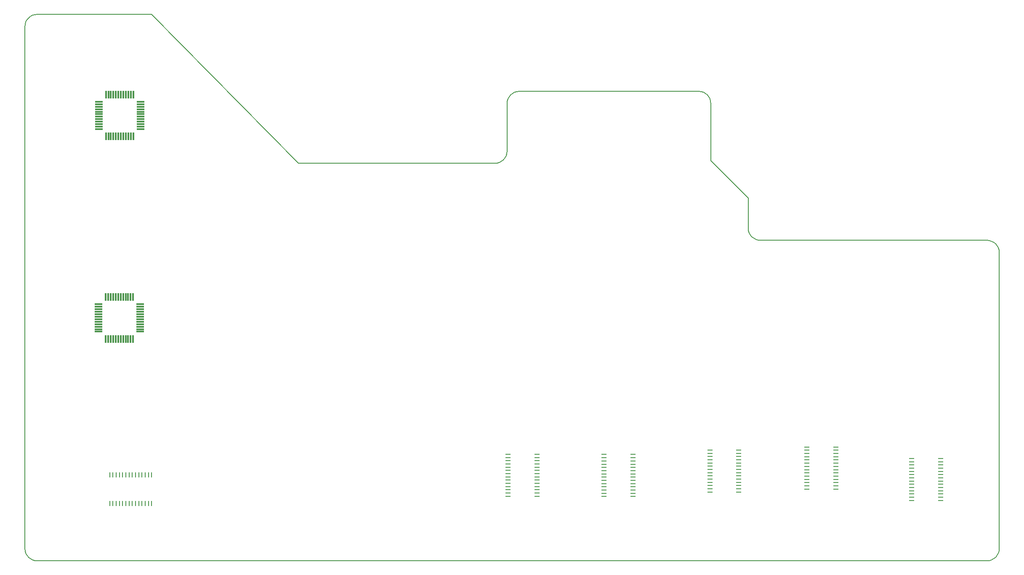
<source format=gbr>
G04 PROTEUS GERBER X2 FILE*
%TF.GenerationSoftware,Labcenter,Proteus,8.6-SP2-Build23525*%
%TF.CreationDate,2023-01-29T17:34:11+00:00*%
%TF.FileFunction,Paste,Top*%
%TF.FilePolarity,Positive*%
%TF.Part,Single*%
%FSLAX45Y45*%
%MOMM*%
G01*
%TA.AperFunction,Material*%
%ADD41R,1.549400X0.304800*%
%ADD42R,0.304800X1.549400*%
%TA.AperFunction,Material*%
%ADD43R,0.254000X1.016000*%
%ADD44R,1.016000X0.254000*%
%TA.AperFunction,Profile*%
%ADD25C,0.203200*%
%TD.AperFunction*%
D41*
X-9267700Y-2037140D03*
X-9267700Y-2087140D03*
X-9267700Y-2137140D03*
X-9267700Y-2187140D03*
X-9267700Y-2237140D03*
X-9267700Y-2287140D03*
X-9267700Y-2337140D03*
X-9267700Y-2387140D03*
X-9267700Y-2437140D03*
X-9267700Y-2487140D03*
X-9267700Y-2537140D03*
X-9267700Y-2587140D03*
D42*
X-9122700Y-2732140D03*
X-9072700Y-2732140D03*
X-9022700Y-2732140D03*
X-8972700Y-2732140D03*
X-8922700Y-2732140D03*
X-8872700Y-2732140D03*
X-8822700Y-2732140D03*
X-8772700Y-2732140D03*
X-8722700Y-2732140D03*
X-8672700Y-2732140D03*
X-8622700Y-2732140D03*
X-8572700Y-2732140D03*
D41*
X-8427700Y-2587140D03*
X-8427700Y-2537140D03*
X-8427700Y-2487140D03*
X-8427700Y-2437140D03*
X-8427700Y-2387140D03*
X-8427700Y-2337140D03*
X-8427700Y-2287140D03*
X-8427700Y-2237140D03*
X-8427700Y-2187140D03*
X-8427700Y-2137140D03*
X-8427700Y-2087140D03*
X-8427700Y-2037140D03*
D42*
X-8572700Y-1892140D03*
X-8622700Y-1892140D03*
X-8672700Y-1892140D03*
X-8722700Y-1892140D03*
X-8772700Y-1892140D03*
X-8822700Y-1892140D03*
X-8872700Y-1892140D03*
X-8922700Y-1892140D03*
X-8972700Y-1892140D03*
X-9022700Y-1892140D03*
X-9072700Y-1892140D03*
X-9122700Y-1892140D03*
D41*
X-9265000Y+2040000D03*
X-9265000Y+1990000D03*
X-9265000Y+1940000D03*
X-9265000Y+1890000D03*
X-9265000Y+1840000D03*
X-9265000Y+1790000D03*
X-9265000Y+1740000D03*
X-9265000Y+1690000D03*
X-9265000Y+1640000D03*
X-9265000Y+1590000D03*
X-9265000Y+1540000D03*
X-9265000Y+1490000D03*
D42*
X-9120000Y+1345000D03*
X-9070000Y+1345000D03*
X-9020000Y+1345000D03*
X-8970000Y+1345000D03*
X-8920000Y+1345000D03*
X-8870000Y+1345000D03*
X-8820000Y+1345000D03*
X-8770000Y+1345000D03*
X-8720000Y+1345000D03*
X-8670000Y+1345000D03*
X-8620000Y+1345000D03*
X-8570000Y+1345000D03*
D41*
X-8425000Y+1490000D03*
X-8425000Y+1540000D03*
X-8425000Y+1590000D03*
X-8425000Y+1640000D03*
X-8425000Y+1690000D03*
X-8425000Y+1740000D03*
X-8425000Y+1790000D03*
X-8425000Y+1840000D03*
X-8425000Y+1890000D03*
X-8425000Y+1940000D03*
X-8425000Y+1990000D03*
X-8425000Y+2040000D03*
D42*
X-8570000Y+2185000D03*
X-8620000Y+2185000D03*
X-8670000Y+2185000D03*
X-8720000Y+2185000D03*
X-8770000Y+2185000D03*
X-8820000Y+2185000D03*
X-8870000Y+2185000D03*
X-8920000Y+2185000D03*
X-8970000Y+2185000D03*
X-9020000Y+2185000D03*
X-9070000Y+2185000D03*
X-9120000Y+2185000D03*
D43*
X-8200000Y-5470000D03*
X-8265000Y-5470000D03*
X-8330000Y-5470000D03*
X-8395000Y-5470000D03*
X-8460000Y-5470000D03*
X-8525000Y-5470000D03*
X-8590000Y-5470000D03*
X-8655000Y-5470000D03*
X-8720000Y-5470000D03*
X-8785000Y-5470000D03*
X-8850000Y-5470000D03*
X-8915000Y-5470000D03*
X-8980000Y-5470000D03*
X-9045000Y-5470000D03*
X-9045000Y-6050000D03*
X-8980000Y-6050000D03*
X-8915000Y-6050000D03*
X-8850000Y-6050000D03*
X-8785000Y-6050000D03*
X-8720000Y-6050000D03*
X-8655000Y-6050000D03*
X-8590000Y-6050000D03*
X-8525000Y-6050000D03*
X-8460000Y-6050000D03*
X-8395000Y-6050000D03*
X-8330000Y-6050000D03*
X-8265000Y-6050000D03*
X-8200000Y-6050000D03*
D44*
X-1030000Y-5055000D03*
X-1030000Y-5120000D03*
X-1030000Y-5185000D03*
X-1030000Y-5250000D03*
X-1030000Y-5315000D03*
X-1030000Y-5380000D03*
X-1030000Y-5445000D03*
X-1030000Y-5510000D03*
X-1030000Y-5575000D03*
X-1030000Y-5640000D03*
X-1030000Y-5705000D03*
X-1030000Y-5770000D03*
X-1030000Y-5835000D03*
X-1030000Y-5900000D03*
X-450000Y-5900000D03*
X-450000Y-5835000D03*
X-450000Y-5770000D03*
X-450000Y-5705000D03*
X-450000Y-5640000D03*
X-450000Y-5575000D03*
X-450000Y-5510000D03*
X-450000Y-5445000D03*
X-450000Y-5380000D03*
X-450000Y-5315000D03*
X-450000Y-5250000D03*
X-450000Y-5185000D03*
X-450000Y-5120000D03*
X-450000Y-5055000D03*
X+900000Y-5060000D03*
X+900000Y-5125000D03*
X+900000Y-5190000D03*
X+900000Y-5255000D03*
X+900000Y-5320000D03*
X+900000Y-5385000D03*
X+900000Y-5450000D03*
X+900000Y-5515000D03*
X+900000Y-5580000D03*
X+900000Y-5645000D03*
X+900000Y-5710000D03*
X+900000Y-5775000D03*
X+900000Y-5840000D03*
X+900000Y-5905000D03*
X+1480000Y-5905000D03*
X+1480000Y-5840000D03*
X+1480000Y-5775000D03*
X+1480000Y-5710000D03*
X+1480000Y-5645000D03*
X+1480000Y-5580000D03*
X+1480000Y-5515000D03*
X+1480000Y-5450000D03*
X+1480000Y-5385000D03*
X+1480000Y-5320000D03*
X+1480000Y-5255000D03*
X+1480000Y-5190000D03*
X+1480000Y-5125000D03*
X+1480000Y-5060000D03*
X+3030000Y-4970000D03*
X+3030000Y-5035000D03*
X+3030000Y-5100000D03*
X+3030000Y-5165000D03*
X+3030000Y-5230000D03*
X+3030000Y-5295000D03*
X+3030000Y-5360000D03*
X+3030000Y-5425000D03*
X+3030000Y-5490000D03*
X+3030000Y-5555000D03*
X+3030000Y-5620000D03*
X+3030000Y-5685000D03*
X+3030000Y-5750000D03*
X+3030000Y-5815000D03*
X+3610000Y-5815000D03*
X+3610000Y-5750000D03*
X+3610000Y-5685000D03*
X+3610000Y-5620000D03*
X+3610000Y-5555000D03*
X+3610000Y-5490000D03*
X+3610000Y-5425000D03*
X+3610000Y-5360000D03*
X+3610000Y-5295000D03*
X+3610000Y-5230000D03*
X+3610000Y-5165000D03*
X+3610000Y-5100000D03*
X+3610000Y-5035000D03*
X+3610000Y-4970000D03*
X+4980000Y-4910000D03*
X+4980000Y-4975000D03*
X+4980000Y-5040000D03*
X+4980000Y-5105000D03*
X+4980000Y-5170000D03*
X+4980000Y-5235000D03*
X+4980000Y-5300000D03*
X+4980000Y-5365000D03*
X+4980000Y-5430000D03*
X+4980000Y-5495000D03*
X+4980000Y-5560000D03*
X+4980000Y-5625000D03*
X+4980000Y-5690000D03*
X+4980000Y-5755000D03*
X+5560000Y-5755000D03*
X+5560000Y-5690000D03*
X+5560000Y-5625000D03*
X+5560000Y-5560000D03*
X+5560000Y-5495000D03*
X+5560000Y-5430000D03*
X+5560000Y-5365000D03*
X+5560000Y-5300000D03*
X+5560000Y-5235000D03*
X+5560000Y-5170000D03*
X+5560000Y-5105000D03*
X+5560000Y-5040000D03*
X+5560000Y-4975000D03*
X+5560000Y-4910000D03*
X+7090000Y-5140000D03*
X+7090000Y-5205000D03*
X+7090000Y-5270000D03*
X+7090000Y-5335000D03*
X+7090000Y-5400000D03*
X+7090000Y-5465000D03*
X+7090000Y-5530000D03*
X+7090000Y-5595000D03*
X+7090000Y-5660000D03*
X+7090000Y-5725000D03*
X+7090000Y-5790000D03*
X+7090000Y-5855000D03*
X+7090000Y-5920000D03*
X+7090000Y-5985000D03*
X+7670000Y-5985000D03*
X+7670000Y-5920000D03*
X+7670000Y-5855000D03*
X+7670000Y-5790000D03*
X+7670000Y-5725000D03*
X+7670000Y-5660000D03*
X+7670000Y-5595000D03*
X+7670000Y-5530000D03*
X+7670000Y-5465000D03*
X+7670000Y-5400000D03*
X+7670000Y-5335000D03*
X+7670000Y-5270000D03*
X+7670000Y-5205000D03*
X+7670000Y-5140000D03*
D25*
X-10500000Y-7200000D02*
X-10551117Y-7195026D01*
X-10598389Y-7180713D01*
X-10640900Y-7157977D01*
X-10677734Y-7127734D01*
X-10707977Y-7090900D01*
X-10730713Y-7048389D01*
X-10745026Y-7001117D01*
X-10750000Y-6950000D01*
X-10750000Y+3550000D02*
X-10745026Y+3601117D01*
X-10730713Y+3648389D01*
X-10707977Y+3690900D01*
X-10677734Y+3727734D01*
X-10640900Y+3757977D01*
X-10598389Y+3780713D01*
X-10551117Y+3795026D01*
X-10500000Y+3800000D01*
X-5250000Y+800000D02*
X-8200000Y+3800000D01*
X+3800000Y+100000D02*
X+3050000Y+850000D01*
X-1300000Y+800000D02*
X-1248883Y+804974D01*
X-1201611Y+819287D01*
X-1159100Y+842023D01*
X-1122266Y+872266D01*
X-1092023Y+909100D01*
X-1069287Y+951611D01*
X-1054974Y+998883D01*
X-1050000Y+1050000D01*
X-1050000Y+2000000D02*
X-1045026Y+2051117D01*
X-1030713Y+2098389D01*
X-1007977Y+2140900D01*
X-977734Y+2177734D01*
X-940900Y+2207977D01*
X-898389Y+2230713D01*
X-851117Y+2245026D01*
X-800000Y+2250000D01*
X+2800000Y+2250000D02*
X+2851117Y+2245026D01*
X+2898389Y+2230713D01*
X+2940900Y+2207977D01*
X+2977734Y+2177734D01*
X+3007977Y+2140900D01*
X+3030713Y+2098389D01*
X+3045026Y+2051117D01*
X+3050000Y+2000000D01*
X+4050000Y-750000D02*
X+3998883Y-745026D01*
X+3951611Y-730713D01*
X+3909100Y-707977D01*
X+3872266Y-677734D01*
X+3842023Y-640900D01*
X+3819287Y-598389D01*
X+3804974Y-551117D01*
X+3800000Y-500000D01*
X+8600000Y-750000D02*
X+8651117Y-754974D01*
X+8698389Y-769287D01*
X+8740900Y-792023D01*
X+8777734Y-822266D01*
X+8807977Y-859100D01*
X+8830713Y-901611D01*
X+8845026Y-948883D01*
X+8850000Y-1000000D01*
X+8600000Y-7200000D02*
X+8651117Y-7195026D01*
X+8698389Y-7180713D01*
X+8740900Y-7157977D01*
X+8777734Y-7127734D01*
X+8807977Y-7090900D01*
X+8830713Y-7048389D01*
X+8845026Y-7001117D01*
X+8850000Y-6950000D01*
X-800000Y+2250000D02*
X+2800000Y+2250000D01*
X-1050000Y+2000000D02*
X-1050000Y+1050000D01*
X-1300000Y+800000D02*
X-5250000Y+800000D01*
X+3050000Y+850000D02*
X+3050000Y+2000000D01*
X+3800000Y-500000D02*
X+3800000Y+100000D01*
X+4050000Y-750000D02*
X+8600000Y-750000D01*
X+8850000Y-6950000D02*
X+8850000Y-1000000D01*
X+8600000Y-7200000D02*
X-10500000Y-7200000D01*
X-10750000Y-6950000D02*
X-10750000Y+3550000D01*
X-10500000Y+3800000D02*
X-8200000Y+3800000D01*
M02*

</source>
